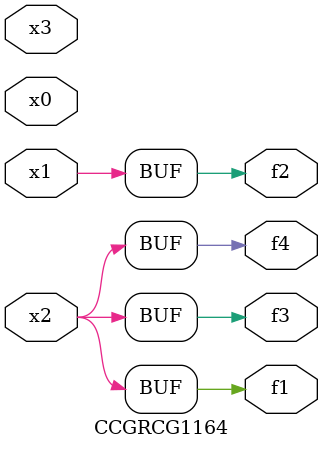
<source format=v>
module CCGRCG1164(
	input x0, x1, x2, x3,
	output f1, f2, f3, f4
);
	assign f1 = x2;
	assign f2 = x1;
	assign f3 = x2;
	assign f4 = x2;
endmodule

</source>
